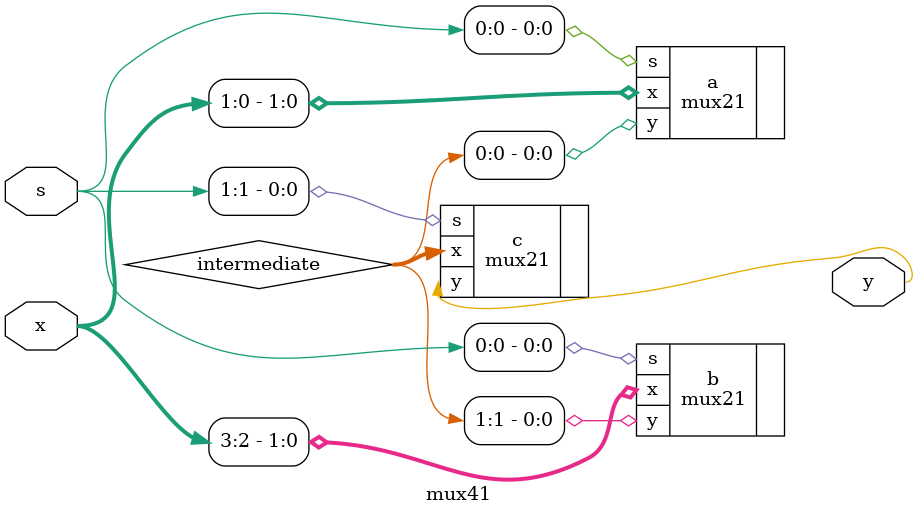
<source format=v>
module mux41 (input [3:0] x, input [1:0] s, output y);
    wire [1:0] intermediate;
    mux21 a(.x({x[1], x[0]}), .s(s[0]), .y(intermediate[0]));
    mux21 b(.x({x[3], x[2]}), .s(s[0]), .y(intermediate[1]));
    mux21 c(.x(intermediate), .s(s[1]), .y(y));
endmodule

</source>
